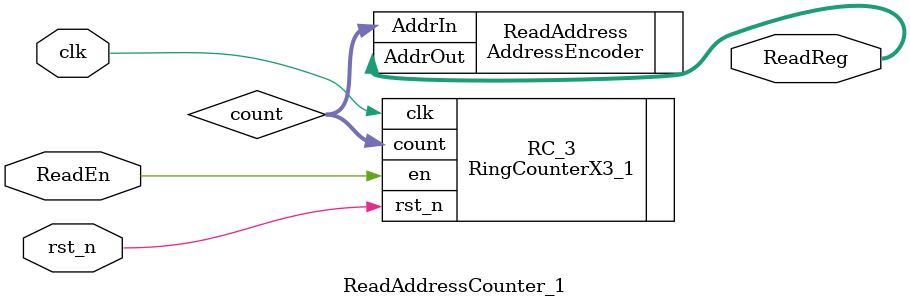
<source format=v>
`timescale 1ns / 1ps


module ReadAddressCounter_1(ReadEn, clk, rst_n, ReadReg);
    input ReadEn, clk, rst_n;
    output [3:0] ReadReg;
    
    wire [14:0] count;
    
    RingCounterX3_1 RC_3 (.en(ReadEn), .clk(clk), .rst_n(rst_n), .count(count));
    AddressEncoder ReadAddress (.AddrIn(count), .AddrOut(ReadReg));
endmodule

</source>
